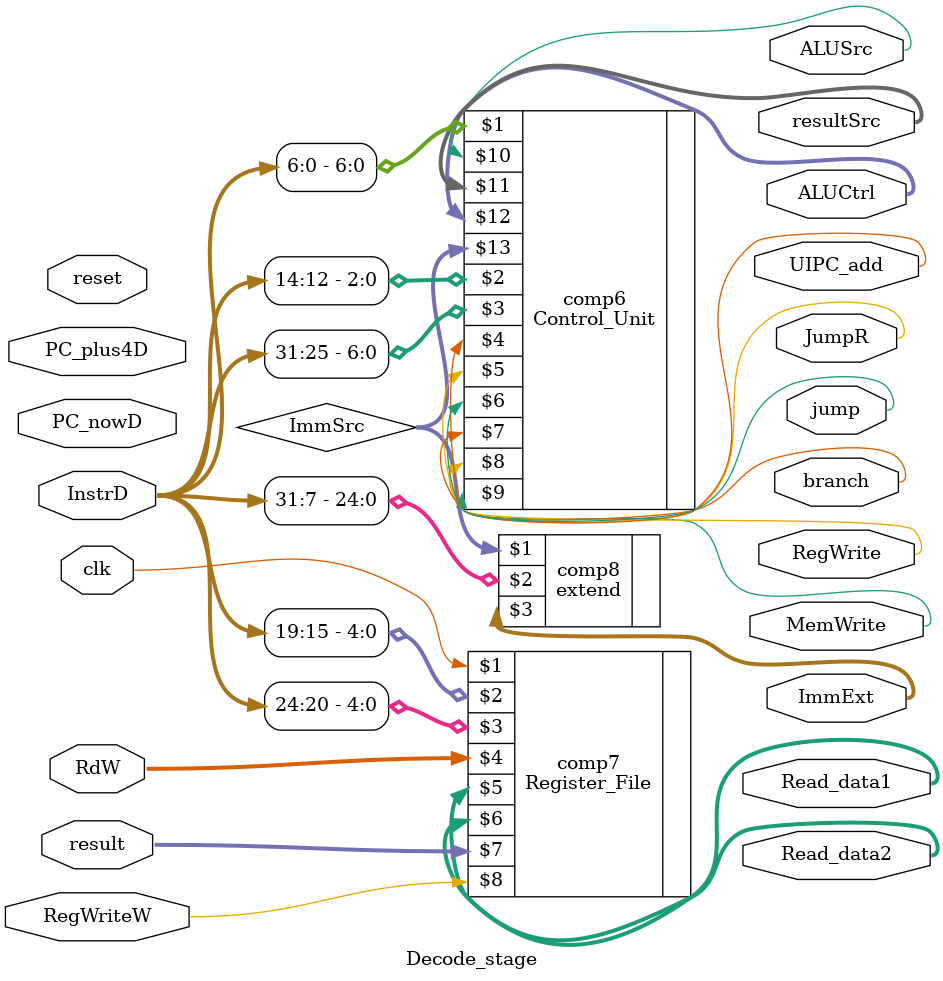
<source format=v>
module Decode_stage (//input 
                    input clk,
                    input reset,
                    input RegWriteW,
                    input [4:0]  RdW,
                    input [31:0] result,
                    input [31:0] InstrD,
                    input [31:0] PC_nowD,
                    input [31:0] PC_plus4D,
                    
                    //output
                    output UIPC_add,
                    output JumpR,
                    output jump,
                    output branch,
                    output RegWrite,
                    output MemWrite,
                    output ALUSrc,
                    output [1:0] resultSrc,
                    output [4:0] ALUCtrl,
                    output [31:0]Read_data1,
                    output [31:0]Read_data2,
                    output [31:0]ImmExt);
    wire [2:0] ImmSrc;
    Control_Unit        comp6 (InstrD[6:0],InstrD[14:12],InstrD[31:25],UIPC_add,JumpR,jump,branch,RegWrite,MemWrite,ALUSrc,resultSrc,ALUCtrl,ImmSrc);
    Register_File       comp7 (clk,InstrD[19:15],InstrD[24:20],RdW,Read_data1,Read_data2,result,RegWriteW);
    extend              comp8 (ImmSrc,InstrD[31:7],ImmExt);
endmodule
</source>
